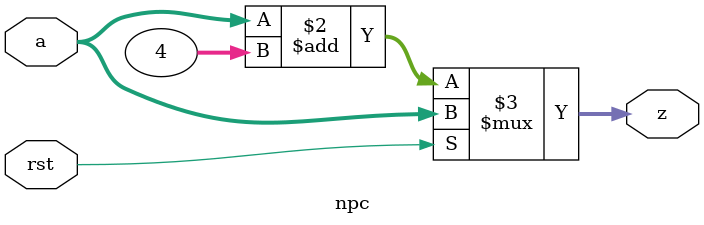
<source format=v>
`timescale 1ns / 1ps

module add(
    input [31 : 0] a,
    input [31 : 0] b,
    output [31 : 0] z
    );
    assign z = a + b;
endmodule

//ADD8
module add8(
    input [31 : 0] a,
    output [31 : 0] z
    );
    assign z = a + 4;
endmodule

//NPC
module npc(
    input [31 : 0] a,
    input rst,  //高电平有效
    output [31 : 0] z
    );
    assign z = (rst == 1'b1) ? a : a + 4;
endmodule

</source>
